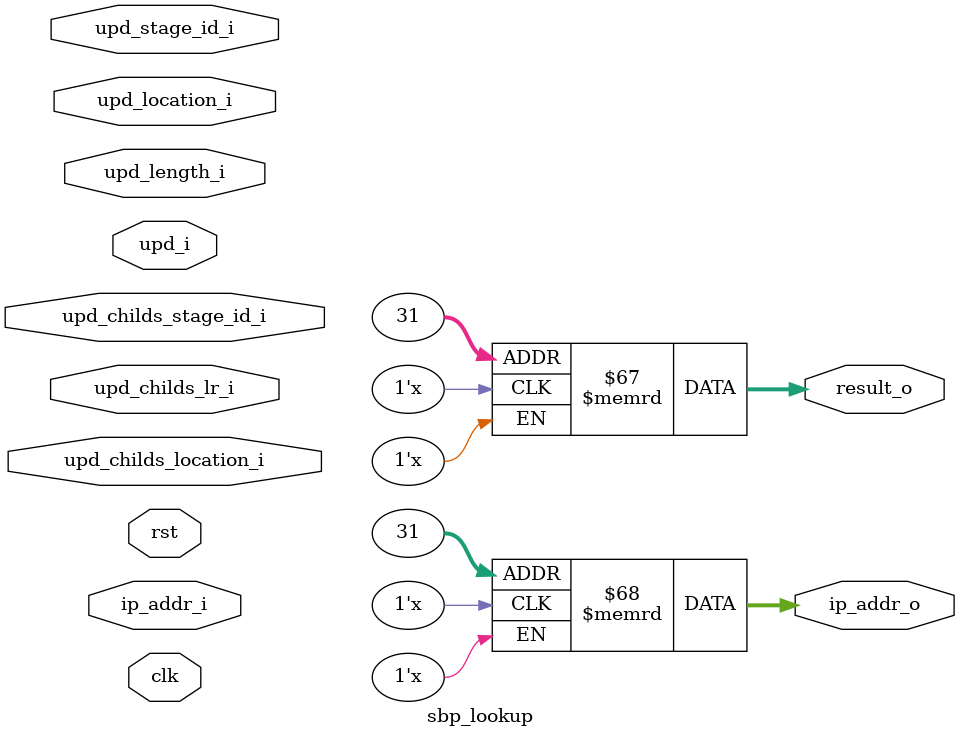
<source format=sv>
`default_nettype none

module sbp_lookup #(
  parameter NUM_STAGES = 32,
  parameter ADDR_BITS = 11,
  //parameter DATA_BITS = 72,
  parameter STAGE_ID_BITS = 6,
  parameter LOCATION_BITS = 11,
  parameter PAD_BITS = 4
) (
  clk, rst,
  /* update interface */
  upd_i, upd_stage_id_i, upd_location_i, upd_length_i, upd_childs_stage_id_i, upd_childs_location_i, upd_childs_lr_i,
  /* lookup request */
  ip_addr_i,
  /* lookup result */
  result_o, ip_addr_o
);

localparam BIT_POS_BITS = 6;
localparam CHILD_LR_BITS = 2;

/* pad every field to nibbles */
localparam PAD_BIT_POS_BITS  = (32 -  BIT_POS_BITS) % PAD_BITS;
localparam PAD_STAGE_ID_BITS = (32 - STAGE_ID_BITS) % PAD_BITS;
localparam PAD_LOCATION_BITS = (32 - LOCATION_BITS) % PAD_BITS;
localparam PAD_CHILD_LR_BITS = (32 - CHILD_LR_BITS) % PAD_BITS;

/* [23:22][21:16] [15][14:4] [3:2][1:0] */
localparam RESULT_BITS = PAD_STAGE_ID_BITS + STAGE_ID_BITS +
                         PAD_LOCATION_BITS + LOCATION_BITS +
                         PAD_CHILD_LR_BITS + CHILD_LR_BITS;

localparam DATA_BITS = 32 + PAD_BIT_POS_BITS + BIT_POS_BITS + RESULT_BITS;

input wire logic clk;
input wire logic rst;
input wire logic [31:0] ip_addr_i;

/* update interface, to write to lookup tables */
input wire logic                     upd_i;
input wire logic [STAGE_ID_BITS-1:0] upd_stage_id_i;
input wire logic [LOCATION_BITS-1:0] upd_location_i;
input wire logic [5:0]               upd_length_i;
input wire logic [STAGE_ID_BITS-1:0] upd_childs_stage_id_i;
input wire logic [LOCATION_BITS-1:0] upd_childs_location_i;
input wire logic [1:0]               upd_childs_lr_i;

output logic [RESULT_BITS - 1:0] result_o;
output logic [31:0] ip_addr_o;

logic [ADDR_BITS - 1:0]  addr_a [NUM_STAGES];
logic [DATA_BITS - 1:0] rdata_a [NUM_STAGES];
logic wr_en_a                   [NUM_STAGES];
logic [DATA_BITS - 1:0] wdata_a [NUM_STAGES];

logic [5:0]                 bit_pos  [NUM_STAGES], bit_pos_d;
logic [STAGE_ID_BITS - 1:0] stage_id [NUM_STAGES], stage_id_d;
logic [LOCATION_BITS - 1:0] location [NUM_STAGES], location_d;
logic [31:0]                ip_addr  [NUM_STAGES], ip_addr_d;
logic [RESULT_BITS - 1:0]   result   [NUM_STAGES], result_d;
logic                       update   [NUM_STAGES], update_d;

/* choose the inputs for either the lookup or update, depending on update flag */
always_ff @(posedge clk) begin
  if (clk) begin
    update_d   <= upd_i;
    /* not updating the lookup table? */
    if (!upd_i) begin
      /* perform an IP address lookup */
      ip_addr_d  <= ip_addr_i;
      bit_pos_d  <= 0;
      stage_id_d <= 0;
      location_d <= 0;
      result_d   <= 0;
    /* updating the lookup table */
    end else begin
      /* ip_addr is now the prefix to be written */
      ip_addr_d  <= ip_addr_i;
      /* bit_pos input is re-used as prefix length to be written */
      bit_pos_d  <= upd_length_i;
      /* the entry location to be updated */
      stage_id_d <= upd_stage_id_i;
      location_d <= upd_location_i;
      /* result input is re-used as childs pointer to be written */
      //result_d   <= { 2'b00, upd_childs_stage_id_i, 1'b0, upd_childs_location_i, 2'b0, upd_childs_lr_i };
      //result_d   <= { PAD_STAGE_ID_BITS'b00, upd_childs_stage_id_i, 1'b0, upd_childs_location_i, 2'b0, upd_childs_lr_i };
      result_d   <= { {PAD_STAGE_ID_BITS{1'b0}}, upd_childs_stage_id_i,
                      {PAD_LOCATION_BITS{1'b0}}, upd_childs_location_i,
                      {PAD_CHILD_LR_BITS{1'b0}}, upd_childs_lr_i };
    end
  end
end

genvar i;
generate
  for (i = 0; i < NUM_STAGES; i++)
  begin : gen_sbp_lookup_stages

    initial wr_en_a[i] = 0;
    initial wdata_a[i] = '0;

    /* first stage, takes ip_addr_i */
    if (i == 0) begin
      sbp_lookup_stage #(.STAGE_ID(i), .ADDR_BITS(ADDR_BITS), /*.DATA_BITS(DATA_BITS),*/ .STAGE_ID_BITS(STAGE_ID_BITS), .LOCATION_BITS(LOCATION_BITS), .PAD_BITS(PAD_BITS)) sbp_lookup_stage_inst (
        .clk(clk),
        /* verilator lint_off UNUSED */
        .rst(rst),
        /* verilator lint_on UNUSED */

        .bit_pos_i (bit_pos_d),
        .stage_id_i(stage_id_d),
        .location_i(location_d),
        .result_i  (result_d),
        .ip_addr_i (ip_addr_d),

        // passed to next stage
        .result_o  (result  [i]),
        .bit_pos_o (bit_pos [i]),
        .stage_id_o(stage_id[i]),
        .location_o(location[i]),
        .ip_addr_o (ip_addr [i]),

        .update_i(update_d),
        .update_o(update[i]),

        .wr_en_o(wr_en_a[i]),
        .addr_o ( addr_a[i]),
        .data_i (rdata_a[i]),
        .data_o (wdata_a[i])
      );
    /* last stage */
    end else if (i == NUM_STAGES - 1) begin
      sbp_lookup_stage #(.STAGE_ID(i), .ADDR_BITS(ADDR_BITS), /*.DATA_BITS(DATA_BITS),*/ .STAGE_ID_BITS(STAGE_ID_BITS), .LOCATION_BITS(LOCATION_BITS), .PAD_BITS(PAD_BITS)) sbp_lookup_stage_inst (
        .clk(clk),
        /* verilator lint_off UNUSED */
        .rst(rst),
        /* verilator lint_on UNUSED */
        .bit_pos_i (bit_pos [i - 1]),
        .stage_id_i(stage_id[i - 1]),
        .location_i(location[i - 1]),
        .result_i  (result  [i - 1]),
        .ip_addr_i (ip_addr [i - 1]),

        // end result of lookup
        .result_o(result[i]),
        /* verilator lint_off PINCONNECTEMPTY */
        .bit_pos_o (),
        .stage_id_o(),
        .location_o(),
        .ip_addr_o (ip_addr[i]),
        /* verilator lint_on PINCONNECTEMPTY */

        .update_i(update[i - 1]),
        .update_o(update[i]),

        .wr_en_o(wr_en_a[i]),
        .addr_o (addr_a[i]),
        .data_i (rdata_a[i]),
        .data_o (wdata_a[i])
      );
    // intermediate stages
    end else begin
      sbp_lookup_stage #(.STAGE_ID(i), .ADDR_BITS(ADDR_BITS), /*.DATA_BITS(DATA_BITS),*/ .STAGE_ID_BITS(STAGE_ID_BITS), .LOCATION_BITS(LOCATION_BITS), .PAD_BITS(PAD_BITS)) sbp_lookup_stage_inst (
        .clk(clk),
        /* verilator lint_off UNUSED */
        .rst(rst),
        /* verilator lint_on UNUSED */
        .bit_pos_i (bit_pos [i - 1]),
        .stage_id_i(stage_id[i - 1]),
        .location_i(location[i - 1]),
        .result_i  (result  [i - 1]),
        .ip_addr_i (ip_addr [i - 1]),

        // passed to next stage
        .result_o  (result  [i]),
        .bit_pos_o (bit_pos [i]),
        .stage_id_o(stage_id[i]),
        .location_o(location[i]),
        .ip_addr_o (ip_addr [i]),

        .update_i(update[i - 1]),
        .update_o(update[i]),

        .wr_en_o(wr_en_a[i]),
        .addr_o ( addr_a[i]),
        .data_i (rdata_a[i]),
        .data_o (wdata_a[i])
      );
    end

    // "NAME00" + (256* (i / 10)) + (i % 10)
    // "" is treated as a number, and digits 00 are added to, resulting in "%02d, i" for i small enough
    bram_tdp #(.STAGE_ID(i), .MEMINIT_FILENAME("../scalable-pipelined-lookup-c/output/stage00.mem" + 256**4 * ((256**1 * (i / 10)) + 256**0 * (i % 10)) ), .ADDR(ADDR_BITS), .DATA(DATA_BITS)) stage_ram_inst (
      .a_clk (clk),
      .a_wr  (wr_en_a[i]),
      .a_addr( addr_a[i]),
      .a_din (wdata_a[i]),
      .a_dout(rdata_a[i]),
      
      .b_clk (clk),
      .b_wr  (0),
      .b_addr('0),
      .b_din (0),
      /* verilator lint_off PINCONNECTEMPTY */
      .b_dout()
      /* verilator lint_on PINCONNECTEMPTY */
    );
  end
endgenerate

assign result_o  = result [NUM_STAGES - 1];
assign ip_addr_o = ip_addr[NUM_STAGES - 1];

endmodule


</source>
